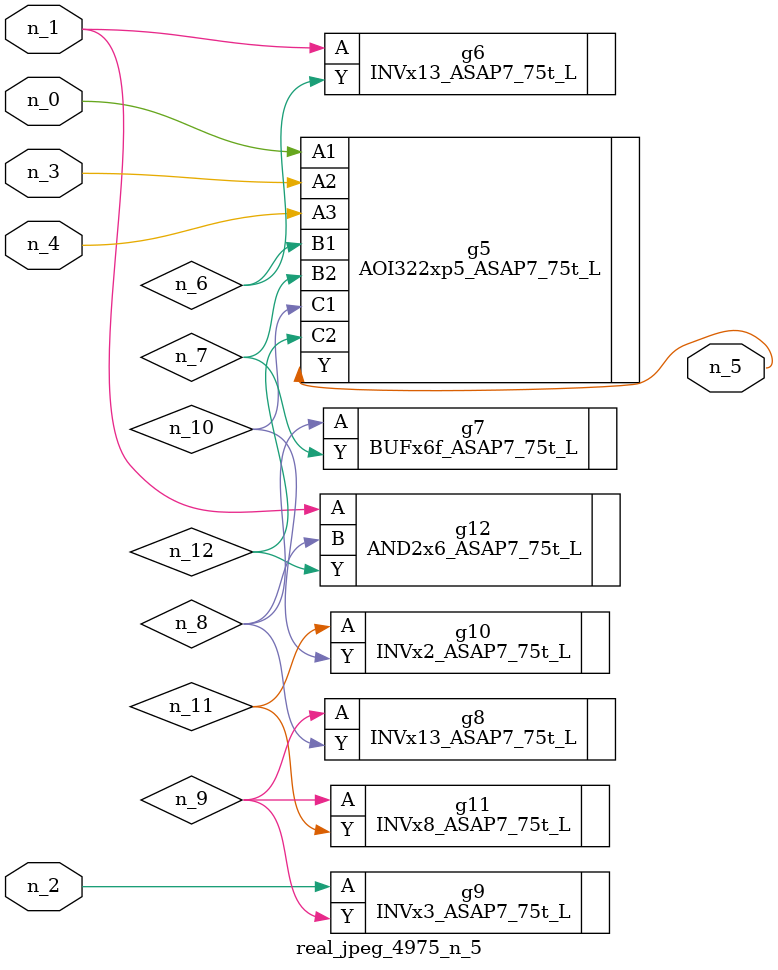
<source format=v>
module real_jpeg_4975_n_5 (n_4, n_0, n_1, n_2, n_3, n_5);

input n_4;
input n_0;
input n_1;
input n_2;
input n_3;

output n_5;

wire n_12;
wire n_8;
wire n_11;
wire n_6;
wire n_7;
wire n_10;
wire n_9;

AOI322xp5_ASAP7_75t_L g5 ( 
.A1(n_0),
.A2(n_3),
.A3(n_4),
.B1(n_6),
.B2(n_7),
.C1(n_10),
.C2(n_12),
.Y(n_5)
);

INVx13_ASAP7_75t_L g6 ( 
.A(n_1),
.Y(n_6)
);

AND2x6_ASAP7_75t_L g12 ( 
.A(n_1),
.B(n_8),
.Y(n_12)
);

INVx3_ASAP7_75t_L g9 ( 
.A(n_2),
.Y(n_9)
);

BUFx6f_ASAP7_75t_L g7 ( 
.A(n_8),
.Y(n_7)
);

INVx13_ASAP7_75t_L g8 ( 
.A(n_9),
.Y(n_8)
);

INVx8_ASAP7_75t_L g11 ( 
.A(n_9),
.Y(n_11)
);

INVx2_ASAP7_75t_L g10 ( 
.A(n_11),
.Y(n_10)
);


endmodule
</source>
